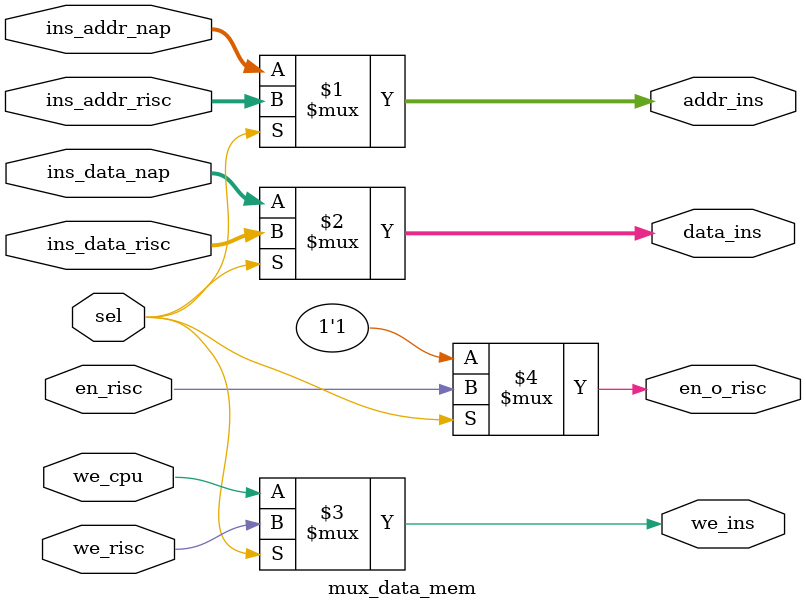
<source format=v>
module mux_data_mem (
    input [31:0] ins_addr_nap, ins_addr_risc, ins_data_nap, ins_data_risc,  // 0 và 1 là của nạp, 2 và 3 là của 
    input   we_cpu, we_risc,       // 4 tín hiệu 1 bit
    input               en_risc,
    input        sel,                             // Tín hiệu chọn
    output [31:0] addr_ins, data_ins,              // 2 đầu ra 32 bit
    output      we_ins,                  // 2 đầu ra 1 bit
    output           en_o_risc
);

    // Kết nối đầu ra với đầu vào dựa trên tín hiệu chọn sel
    assign addr_ins = sel ? ins_addr_risc : ins_addr_nap;       // Chọn giữa in0_32 và in2_32
    assign data_ins = sel ? ins_data_risc : ins_data_nap;       // Chọn giữa in1_32 và in3_32

    assign we_ins  = sel ? we_risc : we_cpu;         // Chọn giữa in0_1 và in2_1
    assign en_o_risc  = sel ? en_risc : 1'b1;         // Chọn giữa in1_1 và in3_1

endmodule

</source>
